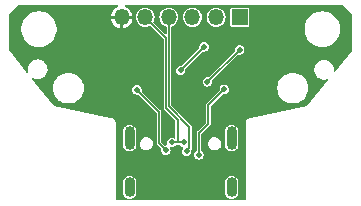
<source format=gbl>
%TF.GenerationSoftware,KiCad,Pcbnew,7.0.7*%
%TF.CreationDate,2023-09-11T21:43:25+02:00*%
%TF.ProjectId,usb-board,7573622d-626f-4617-9264-2e6b69636164,rev?*%
%TF.SameCoordinates,Original*%
%TF.FileFunction,Copper,L2,Bot*%
%TF.FilePolarity,Positive*%
%FSLAX46Y46*%
G04 Gerber Fmt 4.6, Leading zero omitted, Abs format (unit mm)*
G04 Created by KiCad (PCBNEW 7.0.7) date 2023-09-11 21:43:25*
%MOMM*%
%LPD*%
G01*
G04 APERTURE LIST*
%TA.AperFunction,ComponentPad*%
%ADD10O,0.900000X1.700000*%
%TD*%
%TA.AperFunction,ComponentPad*%
%ADD11O,0.900000X2.000000*%
%TD*%
%TA.AperFunction,ComponentPad*%
%ADD12O,1.350000X1.350000*%
%TD*%
%TA.AperFunction,ComponentPad*%
%ADD13R,1.350000X1.350000*%
%TD*%
%TA.AperFunction,ViaPad*%
%ADD14C,0.500000*%
%TD*%
%TA.AperFunction,Conductor*%
%ADD15C,0.127000*%
%TD*%
G04 APERTURE END LIST*
D10*
%TO.P,J2,S1,SHIELD*%
%TO.N,Net-(J2-SHIELD)*%
X104320000Y-108400000D03*
D11*
X104320000Y-104230000D03*
D10*
X95680000Y-108400000D03*
D11*
X95680000Y-104230000D03*
%TD*%
D12*
%TO.P,J1,6,Pin_6*%
%TO.N,GND*%
X95000000Y-94000000D03*
%TO.P,J1,5,Pin_5*%
%TO.N,Net-(J1-Pin_5)*%
X97000000Y-94000000D03*
%TO.P,J1,4,Pin_4*%
%TO.N,Net-(J1-Pin_4)*%
X99000000Y-94000000D03*
%TO.P,J1,3,Pin_3*%
%TO.N,VBUS*%
X101000000Y-94000000D03*
%TO.P,J1,2,Pin_2*%
%TO.N,Net-(D1-A)*%
X103000000Y-94000000D03*
D13*
%TO.P,J1,1,Pin_1*%
%TO.N,Net-(D2-A)*%
X105000000Y-94000000D03*
%TD*%
D14*
%TO.N,Net-(D2-A)*%
X102275000Y-99475000D03*
X105000000Y-96750000D03*
%TO.N,Net-(D1-A)*%
X100000000Y-98500000D03*
X102000000Y-96500000D03*
%TO.N,Net-(J2-CC1)*%
X96300000Y-100150000D03*
%TO.N,Net-(J2-CC2)*%
X103700000Y-100100000D03*
%TO.N,Net-(J1-Pin_4)*%
X100500000Y-105350000D03*
%TO.N,Net-(J2-CC2)*%
X101550000Y-105650000D03*
%TO.N,Net-(J2-CC1)*%
X98750000Y-105250000D03*
%TO.N,GND*%
X95650000Y-99900000D03*
X94650000Y-99100000D03*
X94650000Y-100700000D03*
X105900000Y-97600000D03*
X105500000Y-99300000D03*
X106800000Y-98500000D03*
X93600000Y-99900000D03*
X96400000Y-105400000D03*
X103600000Y-105400000D03*
X104400000Y-102700000D03*
X103700000Y-102400000D03*
X95200000Y-102800000D03*
X95800000Y-102300000D03*
X100000000Y-101800000D03*
%TO.N,Net-(J1-Pin_5)*%
X99250000Y-104600000D03*
X100250000Y-104600000D03*
%TD*%
D15*
%TO.N,Net-(D2-A)*%
X102275000Y-99475000D02*
X105000000Y-96750000D01*
%TO.N,Net-(J2-CC1)*%
X98150000Y-103300000D02*
X98150000Y-104650000D01*
X98150000Y-103200000D02*
X98150000Y-103300000D01*
X98150000Y-103300000D02*
X98150000Y-102000000D01*
X98150000Y-102000000D02*
X97550000Y-101400000D01*
X98150000Y-104650000D02*
X98750000Y-105250000D01*
%TO.N,Net-(D1-A)*%
X100000000Y-98500000D02*
X102000000Y-96500000D01*
%TO.N,Net-(J1-Pin_5)*%
X99750000Y-104600000D02*
X100250000Y-104600000D01*
X99250000Y-104600000D02*
X99750000Y-104600000D01*
X99750000Y-104600000D02*
X99750000Y-102659210D01*
X98746000Y-101655210D02*
X98746000Y-95746000D01*
X99750000Y-102659210D02*
X98746000Y-101655210D01*
X98746000Y-95746000D02*
X97000000Y-94000000D01*
%TO.N,Net-(J2-CC1)*%
X97550000Y-101400000D02*
X96300000Y-100150000D01*
%TO.N,Net-(J2-CC2)*%
X101550000Y-103800000D02*
X102350000Y-103000000D01*
X101550000Y-105650000D02*
X101550000Y-103800000D01*
X102350000Y-101450000D02*
X103700000Y-100100000D01*
X102350000Y-103000000D02*
X102350000Y-101450000D01*
%TO.N,Net-(J1-Pin_4)*%
X99000000Y-94000000D02*
X99000000Y-101550000D01*
X99000000Y-101550000D02*
X100750000Y-103300000D01*
X100750000Y-103300000D02*
X100750000Y-105100000D01*
X100750000Y-105100000D02*
X100500000Y-105350000D01*
%TD*%
%TA.AperFunction,Conductor*%
%TO.N,GND*%
G36*
X94720869Y-93018806D02*
G01*
X94739175Y-93063000D01*
X94720869Y-93107194D01*
X94702096Y-93120096D01*
X94534954Y-93194513D01*
X94534948Y-93194516D01*
X94377646Y-93308804D01*
X94377639Y-93308810D01*
X94247538Y-93453301D01*
X94247537Y-93453303D01*
X94150313Y-93621701D01*
X94090230Y-93806619D01*
X94083044Y-93875000D01*
X94541634Y-93875000D01*
X94585828Y-93893306D01*
X94604134Y-93937500D01*
X94603365Y-93947268D01*
X94595014Y-94000000D01*
X94603364Y-94052724D01*
X94592198Y-94099237D01*
X94551411Y-94124231D01*
X94541634Y-94125000D01*
X94083044Y-94125000D01*
X94090230Y-94193380D01*
X94150313Y-94378298D01*
X94247537Y-94546696D01*
X94247538Y-94546698D01*
X94377643Y-94691194D01*
X94377644Y-94691195D01*
X94534946Y-94805482D01*
X94712581Y-94884571D01*
X94712590Y-94884574D01*
X94874999Y-94919095D01*
X94875000Y-94919094D01*
X94875000Y-94458366D01*
X94893306Y-94414172D01*
X94937500Y-94395866D01*
X94947278Y-94396636D01*
X94960185Y-94398680D01*
X94968519Y-94400000D01*
X94968521Y-94400000D01*
X95031479Y-94400000D01*
X95031481Y-94400000D01*
X95031484Y-94399999D01*
X95031489Y-94399999D01*
X95044687Y-94397908D01*
X95052720Y-94396636D01*
X95099234Y-94407801D01*
X95124229Y-94448587D01*
X95124999Y-94458366D01*
X95124999Y-94919094D01*
X95125000Y-94919095D01*
X95287409Y-94884574D01*
X95287418Y-94884571D01*
X95465053Y-94805482D01*
X95622355Y-94691195D01*
X95622356Y-94691194D01*
X95752461Y-94546698D01*
X95752462Y-94546696D01*
X95849686Y-94378298D01*
X95909769Y-94193380D01*
X95916956Y-94125000D01*
X95458366Y-94125000D01*
X95414172Y-94106694D01*
X95395866Y-94062500D01*
X95396634Y-94052731D01*
X95404986Y-94000000D01*
X95396635Y-93947275D01*
X95407802Y-93900763D01*
X95448589Y-93875769D01*
X95458366Y-93875000D01*
X95916956Y-93875000D01*
X95909769Y-93806619D01*
X95849686Y-93621701D01*
X95752462Y-93453303D01*
X95752461Y-93453301D01*
X95622356Y-93308805D01*
X95622355Y-93308804D01*
X95465053Y-93194517D01*
X95297904Y-93120097D01*
X95264976Y-93085398D01*
X95266228Y-93037579D01*
X95300927Y-93004651D01*
X95323325Y-93000500D01*
X113766798Y-93000500D01*
X113810992Y-93018806D01*
X114481194Y-93689008D01*
X114499500Y-93733202D01*
X114499500Y-96802509D01*
X114485804Y-96841552D01*
X113082109Y-98596170D01*
X113040207Y-98619245D01*
X112994262Y-98605931D01*
X112971187Y-98564029D01*
X112971629Y-98547015D01*
X112980156Y-98495010D01*
X112980155Y-98495009D01*
X112974089Y-98383132D01*
X112970422Y-98315499D01*
X112922327Y-98142277D01*
X112838119Y-97983444D01*
X112721735Y-97846426D01*
X112645073Y-97788149D01*
X112578619Y-97737631D01*
X112487477Y-97695465D01*
X112415459Y-97662146D01*
X112415460Y-97662146D01*
X112371566Y-97652484D01*
X112239887Y-97623500D01*
X112105184Y-97623500D01*
X112105183Y-97623500D01*
X111971278Y-97638063D01*
X111971272Y-97638064D01*
X111800913Y-97695465D01*
X111646874Y-97788149D01*
X111646873Y-97788149D01*
X111516357Y-97911781D01*
X111415469Y-98060580D01*
X111348931Y-98227580D01*
X111348930Y-98227582D01*
X111348930Y-98227584D01*
X111325898Y-98368070D01*
X111319845Y-98404990D01*
X111319844Y-98404990D01*
X111329577Y-98584494D01*
X111329577Y-98584498D01*
X111329578Y-98584501D01*
X111346200Y-98644367D01*
X111377673Y-98757724D01*
X111377675Y-98757728D01*
X111456015Y-98905491D01*
X111461881Y-98916556D01*
X111578265Y-99053574D01*
X111666357Y-99120540D01*
X111721380Y-99162368D01*
X111721381Y-99162368D01*
X111721382Y-99162369D01*
X111884541Y-99237854D01*
X112060113Y-99276500D01*
X112060116Y-99276500D01*
X112194812Y-99276500D01*
X112194816Y-99276500D01*
X112328721Y-99261937D01*
X112429205Y-99228080D01*
X112476929Y-99231316D01*
X112508388Y-99267351D01*
X112505152Y-99315077D01*
X112497964Y-99326351D01*
X110737289Y-101527196D01*
X110700742Y-101549439D01*
X105956510Y-102498286D01*
X105944253Y-102499500D01*
X105928039Y-102499500D01*
X105881500Y-102513163D01*
X105878827Y-102513821D01*
X105866744Y-102516238D01*
X105866742Y-102516239D01*
X105846671Y-102523342D01*
X105845051Y-102523866D01*
X105789949Y-102540046D01*
X105789942Y-102540049D01*
X105784353Y-102543641D01*
X105771424Y-102549977D01*
X105765995Y-102551899D01*
X105765158Y-102552196D01*
X105718607Y-102585837D01*
X105717203Y-102586794D01*
X105706057Y-102593958D01*
X105668871Y-102617857D01*
X105664518Y-102622881D01*
X105653899Y-102632602D01*
X105648512Y-102636495D01*
X105648511Y-102636496D01*
X105613313Y-102681902D01*
X105612232Y-102683221D01*
X105574624Y-102726623D01*
X105574621Y-102726628D01*
X105571861Y-102732672D01*
X105564414Y-102744987D01*
X105560338Y-102750245D01*
X105560335Y-102750252D01*
X105539355Y-102803736D01*
X105538690Y-102805305D01*
X105514835Y-102857541D01*
X105514835Y-102857543D01*
X105513888Y-102864124D01*
X105510213Y-102878033D01*
X105507786Y-102884222D01*
X105507784Y-102884232D01*
X105502724Y-102941446D01*
X105502527Y-102943139D01*
X105499500Y-102964197D01*
X105499500Y-102976532D01*
X105499378Y-102979286D01*
X105495106Y-103027589D01*
X105495107Y-103027592D01*
X105498286Y-103043492D01*
X105499499Y-103055746D01*
X105499500Y-109437000D01*
X105481194Y-109481194D01*
X105437000Y-109499500D01*
X104384734Y-109499500D01*
X104340540Y-109481194D01*
X104322234Y-109437000D01*
X104340540Y-109392806D01*
X104376576Y-109375035D01*
X104470751Y-109362636D01*
X104470751Y-109362635D01*
X104470758Y-109362635D01*
X104611241Y-109304445D01*
X104731878Y-109211878D01*
X104824445Y-109091241D01*
X104882635Y-108950758D01*
X104897500Y-108837849D01*
X104897500Y-107962151D01*
X104882635Y-107849242D01*
X104824445Y-107708759D01*
X104731878Y-107588122D01*
X104731876Y-107588121D01*
X104731876Y-107588120D01*
X104611243Y-107495556D01*
X104611242Y-107495555D01*
X104470758Y-107437365D01*
X104470755Y-107437364D01*
X104470754Y-107437364D01*
X104470751Y-107437363D01*
X104320003Y-107417517D01*
X104319997Y-107417517D01*
X104169248Y-107437363D01*
X104169238Y-107437366D01*
X104028762Y-107495553D01*
X103908122Y-107588122D01*
X103815553Y-107708762D01*
X103757366Y-107849238D01*
X103757363Y-107849248D01*
X103742500Y-107962146D01*
X103742500Y-108837853D01*
X103757363Y-108950751D01*
X103757364Y-108950757D01*
X103757365Y-108950758D01*
X103815555Y-109091241D01*
X103908122Y-109211878D01*
X104028758Y-109304445D01*
X104169242Y-109362635D01*
X104169246Y-109362635D01*
X104169248Y-109362636D01*
X104263424Y-109375035D01*
X104304851Y-109398952D01*
X104317231Y-109445158D01*
X104293314Y-109486585D01*
X104255266Y-109499500D01*
X95744734Y-109499500D01*
X95700540Y-109481194D01*
X95682234Y-109437000D01*
X95700540Y-109392806D01*
X95736576Y-109375035D01*
X95830751Y-109362636D01*
X95830751Y-109362635D01*
X95830758Y-109362635D01*
X95971241Y-109304445D01*
X96091878Y-109211878D01*
X96184445Y-109091241D01*
X96242635Y-108950758D01*
X96257500Y-108837849D01*
X96257500Y-107962151D01*
X96242635Y-107849242D01*
X96184445Y-107708759D01*
X96091878Y-107588122D01*
X96091876Y-107588121D01*
X96091876Y-107588120D01*
X95971243Y-107495556D01*
X95971242Y-107495555D01*
X95830758Y-107437365D01*
X95830755Y-107437364D01*
X95830754Y-107437364D01*
X95830751Y-107437363D01*
X95680003Y-107417517D01*
X95679997Y-107417517D01*
X95529248Y-107437363D01*
X95529238Y-107437366D01*
X95388762Y-107495553D01*
X95268122Y-107588122D01*
X95175553Y-107708762D01*
X95117366Y-107849238D01*
X95117363Y-107849248D01*
X95102500Y-107962146D01*
X95102500Y-108837853D01*
X95117363Y-108950751D01*
X95117364Y-108950757D01*
X95117365Y-108950758D01*
X95175555Y-109091241D01*
X95268122Y-109211878D01*
X95388758Y-109304445D01*
X95529242Y-109362635D01*
X95529246Y-109362635D01*
X95529248Y-109362636D01*
X95623424Y-109375035D01*
X95664851Y-109398952D01*
X95677231Y-109445158D01*
X95653314Y-109486585D01*
X95615266Y-109499500D01*
X94563000Y-109499500D01*
X94518806Y-109481194D01*
X94500500Y-109437000D01*
X94500500Y-104817853D01*
X95102500Y-104817853D01*
X95117363Y-104930751D01*
X95117366Y-104930761D01*
X95158657Y-105030447D01*
X95175555Y-105071241D01*
X95223554Y-105133795D01*
X95262675Y-105184780D01*
X95268122Y-105191878D01*
X95388758Y-105284445D01*
X95529242Y-105342635D01*
X95529246Y-105342635D01*
X95529248Y-105342636D01*
X95679997Y-105362483D01*
X95680000Y-105362483D01*
X95680003Y-105362483D01*
X95830751Y-105342636D01*
X95830751Y-105342635D01*
X95830758Y-105342635D01*
X95971241Y-105284445D01*
X96091878Y-105191878D01*
X96097325Y-105184780D01*
X96112398Y-105165135D01*
X96184445Y-105071241D01*
X96242635Y-104930758D01*
X96257500Y-104817849D01*
X96257500Y-104747921D01*
X96555619Y-104747921D01*
X96579536Y-104863017D01*
X96586408Y-104896084D01*
X96586408Y-104896086D01*
X96622452Y-104965647D01*
X96656029Y-105030447D01*
X96751931Y-105133132D01*
X96759321Y-105141045D01*
X96781952Y-105154807D01*
X96888618Y-105219672D01*
X96888624Y-105219673D01*
X96888625Y-105219674D01*
X96906542Y-105224694D01*
X97034332Y-105260499D01*
X97034332Y-105260500D01*
X97034335Y-105260500D01*
X97147657Y-105260500D01*
X97147658Y-105260500D01*
X97259920Y-105245070D01*
X97398720Y-105184780D01*
X97516108Y-105089278D01*
X97603377Y-104965647D01*
X97654054Y-104823056D01*
X97664381Y-104672079D01*
X97633592Y-104523915D01*
X97563971Y-104389553D01*
X97460680Y-104278956D01*
X97460679Y-104278955D01*
X97460678Y-104278954D01*
X97354448Y-104214355D01*
X97331382Y-104200328D01*
X97331378Y-104200327D01*
X97331374Y-104200325D01*
X97185667Y-104159500D01*
X97185665Y-104159500D01*
X97072342Y-104159500D01*
X97072336Y-104159500D01*
X96960082Y-104174929D01*
X96960079Y-104174930D01*
X96960080Y-104174930D01*
X96821280Y-104235220D01*
X96821279Y-104235220D01*
X96821276Y-104235222D01*
X96703893Y-104330721D01*
X96703890Y-104330724D01*
X96616622Y-104454353D01*
X96565945Y-104596944D01*
X96555619Y-104747916D01*
X96555619Y-104747921D01*
X96257500Y-104747921D01*
X96257500Y-103642151D01*
X96242635Y-103529242D01*
X96184445Y-103388759D01*
X96091878Y-103268122D01*
X96091876Y-103268121D01*
X96091876Y-103268120D01*
X95989155Y-103189300D01*
X95971242Y-103175555D01*
X95830758Y-103117365D01*
X95830755Y-103117364D01*
X95830754Y-103117364D01*
X95830751Y-103117363D01*
X95680003Y-103097517D01*
X95679997Y-103097517D01*
X95529248Y-103117363D01*
X95529238Y-103117366D01*
X95388762Y-103175553D01*
X95388759Y-103175554D01*
X95388759Y-103175555D01*
X95268122Y-103268122D01*
X95218761Y-103332452D01*
X95175553Y-103388762D01*
X95117366Y-103529238D01*
X95117363Y-103529248D01*
X95102500Y-103642146D01*
X95102500Y-104817853D01*
X94500500Y-104817853D01*
X94500500Y-103055750D01*
X94501714Y-103043492D01*
X94504894Y-103027593D01*
X94503558Y-103012482D01*
X94500622Y-102979279D01*
X94500500Y-102976524D01*
X94500500Y-102964206D01*
X94500500Y-102964201D01*
X94497468Y-102943121D01*
X94497278Y-102941484D01*
X94492216Y-102884230D01*
X94489787Y-102878038D01*
X94486110Y-102864116D01*
X94485165Y-102857545D01*
X94485165Y-102857544D01*
X94461309Y-102805306D01*
X94460648Y-102803750D01*
X94439662Y-102750247D01*
X94435585Y-102744987D01*
X94428135Y-102732667D01*
X94425377Y-102726627D01*
X94387750Y-102683203D01*
X94386684Y-102681902D01*
X94351488Y-102636496D01*
X94351486Y-102636495D01*
X94351486Y-102636494D01*
X94346103Y-102632604D01*
X94335475Y-102622874D01*
X94331127Y-102617856D01*
X94318408Y-102609682D01*
X94282784Y-102586788D01*
X94281400Y-102585844D01*
X94234840Y-102552195D01*
X94234838Y-102552194D01*
X94232319Y-102551302D01*
X94228572Y-102549976D01*
X94215641Y-102543638D01*
X94210053Y-102540047D01*
X94154948Y-102523866D01*
X94153327Y-102523341D01*
X94133268Y-102516242D01*
X94133258Y-102516239D01*
X94121162Y-102513819D01*
X94118490Y-102513160D01*
X94071961Y-102499500D01*
X94055747Y-102499500D01*
X94043490Y-102498286D01*
X89299256Y-101549439D01*
X89262709Y-101527196D01*
X88040954Y-100000002D01*
X89194532Y-100000002D01*
X89214364Y-100226688D01*
X89214367Y-100226704D01*
X89273259Y-100446492D01*
X89273260Y-100446494D01*
X89369431Y-100652733D01*
X89499953Y-100839140D01*
X89660859Y-101000046D01*
X89728674Y-101047530D01*
X89847266Y-101130568D01*
X89847265Y-101130568D01*
X89950384Y-101178653D01*
X90053504Y-101226739D01*
X90053506Y-101226739D01*
X90053507Y-101226740D01*
X90273295Y-101285632D01*
X90273301Y-101285633D01*
X90273308Y-101285635D01*
X90443216Y-101300500D01*
X90556784Y-101300500D01*
X90726692Y-101285635D01*
X90726701Y-101285632D01*
X90726704Y-101285632D01*
X90946492Y-101226740D01*
X90946491Y-101226740D01*
X90946496Y-101226739D01*
X91152734Y-101130568D01*
X91339139Y-101000047D01*
X91500047Y-100839139D01*
X91630568Y-100652734D01*
X91726739Y-100446496D01*
X91785635Y-100226692D01*
X91792345Y-100150000D01*
X95894508Y-100150000D01*
X95914354Y-100275304D01*
X95914354Y-100275305D01*
X95971949Y-100388342D01*
X95971950Y-100388342D01*
X96061658Y-100478050D01*
X96174696Y-100535646D01*
X96300000Y-100555492D01*
X96300001Y-100555491D01*
X96300003Y-100555492D01*
X96385414Y-100541964D01*
X96431927Y-100553130D01*
X96439385Y-100559500D01*
X97940694Y-102060809D01*
X97959000Y-102105003D01*
X97959000Y-104606929D01*
X97955493Y-104627571D01*
X97955320Y-104628064D01*
X97958803Y-104658980D01*
X97959000Y-104662482D01*
X97959000Y-104671522D01*
X97961011Y-104680334D01*
X97961598Y-104683789D01*
X97965081Y-104714706D01*
X97965361Y-104715151D01*
X97973370Y-104734484D01*
X97973488Y-104735000D01*
X97973489Y-104735003D01*
X97992885Y-104759324D01*
X97994916Y-104762186D01*
X97999725Y-104769840D01*
X98006117Y-104776232D01*
X98008454Y-104778847D01*
X98027851Y-104803170D01*
X98028322Y-104803397D01*
X98045398Y-104815513D01*
X98340498Y-105110613D01*
X98358804Y-105154807D01*
X98358035Y-105164583D01*
X98345289Y-105245070D01*
X98344508Y-105250000D01*
X98359180Y-105342635D01*
X98364354Y-105375304D01*
X98364354Y-105375305D01*
X98382877Y-105411657D01*
X98421950Y-105488342D01*
X98511658Y-105578050D01*
X98624696Y-105635646D01*
X98750000Y-105655492D01*
X98875304Y-105635646D01*
X98988342Y-105578050D01*
X99078050Y-105488342D01*
X99135646Y-105375304D01*
X99155492Y-105250000D01*
X99135646Y-105124696D01*
X99135644Y-105124692D01*
X99135643Y-105124689D01*
X99119832Y-105093660D01*
X99115225Y-105084619D01*
X99111472Y-105036933D01*
X99142538Y-105000558D01*
X99180688Y-104994514D01*
X99250000Y-105005492D01*
X99375304Y-104985646D01*
X99488342Y-104928050D01*
X99578050Y-104838342D01*
X99584783Y-104825126D01*
X99621158Y-104794059D01*
X99640472Y-104791000D01*
X99706405Y-104791000D01*
X99728479Y-104791000D01*
X99859528Y-104791000D01*
X99903722Y-104809306D01*
X99915216Y-104825126D01*
X99921950Y-104838342D01*
X100011658Y-104928050D01*
X100124696Y-104985646D01*
X100153119Y-104990147D01*
X100193905Y-105015141D01*
X100205072Y-105061655D01*
X100187536Y-105096071D01*
X100171950Y-105111657D01*
X100114354Y-105224694D01*
X100114354Y-105224695D01*
X100094508Y-105350000D01*
X100114354Y-105475304D01*
X100114354Y-105475305D01*
X100166705Y-105578049D01*
X100171950Y-105588342D01*
X100261658Y-105678050D01*
X100374696Y-105735646D01*
X100500000Y-105755492D01*
X100625304Y-105735646D01*
X100738342Y-105678050D01*
X100766392Y-105650000D01*
X101144508Y-105650000D01*
X101148951Y-105678050D01*
X101164354Y-105775304D01*
X101164354Y-105775305D01*
X101221949Y-105888341D01*
X101221950Y-105888342D01*
X101311658Y-105978050D01*
X101424696Y-106035646D01*
X101550000Y-106055492D01*
X101675304Y-106035646D01*
X101788342Y-105978050D01*
X101878050Y-105888342D01*
X101935646Y-105775304D01*
X101955492Y-105650000D01*
X101935646Y-105524696D01*
X101878050Y-105411658D01*
X101788342Y-105321950D01*
X101788341Y-105321949D01*
X101788340Y-105321948D01*
X101775125Y-105315215D01*
X101744059Y-105278841D01*
X101741000Y-105259528D01*
X101741000Y-104747921D01*
X102335619Y-104747921D01*
X102359536Y-104863017D01*
X102366408Y-104896084D01*
X102366408Y-104896086D01*
X102402452Y-104965647D01*
X102436029Y-105030447D01*
X102531931Y-105133132D01*
X102539321Y-105141045D01*
X102561952Y-105154807D01*
X102668618Y-105219672D01*
X102668624Y-105219673D01*
X102668625Y-105219674D01*
X102686542Y-105224694D01*
X102814332Y-105260499D01*
X102814332Y-105260500D01*
X102814335Y-105260500D01*
X102927657Y-105260500D01*
X102927658Y-105260500D01*
X103039920Y-105245070D01*
X103178720Y-105184780D01*
X103296108Y-105089278D01*
X103383377Y-104965647D01*
X103434054Y-104823056D01*
X103434410Y-104817853D01*
X103742500Y-104817853D01*
X103757363Y-104930751D01*
X103757366Y-104930761D01*
X103798657Y-105030447D01*
X103815555Y-105071241D01*
X103863554Y-105133795D01*
X103902675Y-105184780D01*
X103908122Y-105191878D01*
X104028758Y-105284445D01*
X104169242Y-105342635D01*
X104169246Y-105342635D01*
X104169248Y-105342636D01*
X104319997Y-105362483D01*
X104320000Y-105362483D01*
X104320003Y-105362483D01*
X104470751Y-105342636D01*
X104470751Y-105342635D01*
X104470758Y-105342635D01*
X104611241Y-105284445D01*
X104731878Y-105191878D01*
X104737325Y-105184780D01*
X104752398Y-105165135D01*
X104824445Y-105071241D01*
X104882635Y-104930758D01*
X104897500Y-104817849D01*
X104897500Y-103642151D01*
X104882635Y-103529242D01*
X104824445Y-103388759D01*
X104731878Y-103268122D01*
X104731876Y-103268121D01*
X104731876Y-103268120D01*
X104629155Y-103189300D01*
X104611242Y-103175555D01*
X104470758Y-103117365D01*
X104470755Y-103117364D01*
X104470754Y-103117364D01*
X104470751Y-103117363D01*
X104320003Y-103097517D01*
X104319997Y-103097517D01*
X104169248Y-103117363D01*
X104169238Y-103117366D01*
X104028762Y-103175553D01*
X104028759Y-103175554D01*
X104028759Y-103175555D01*
X103908122Y-103268122D01*
X103858761Y-103332452D01*
X103815553Y-103388762D01*
X103757366Y-103529238D01*
X103757363Y-103529248D01*
X103742500Y-103642146D01*
X103742500Y-104817853D01*
X103434410Y-104817853D01*
X103444381Y-104672079D01*
X103413592Y-104523915D01*
X103343971Y-104389553D01*
X103240680Y-104278956D01*
X103240679Y-104278955D01*
X103240678Y-104278954D01*
X103134448Y-104214355D01*
X103111382Y-104200328D01*
X103111378Y-104200327D01*
X103111374Y-104200325D01*
X102965667Y-104159500D01*
X102965665Y-104159500D01*
X102852342Y-104159500D01*
X102852336Y-104159500D01*
X102740082Y-104174929D01*
X102740079Y-104174930D01*
X102740080Y-104174930D01*
X102601280Y-104235220D01*
X102601279Y-104235220D01*
X102601276Y-104235222D01*
X102483893Y-104330721D01*
X102483890Y-104330724D01*
X102396622Y-104454353D01*
X102345945Y-104596944D01*
X102335619Y-104747916D01*
X102335619Y-104747921D01*
X101741000Y-104747921D01*
X101741000Y-103905002D01*
X101759305Y-103860809D01*
X102454602Y-103165511D01*
X102471679Y-103153396D01*
X102472149Y-103153170D01*
X102491548Y-103128842D01*
X102493885Y-103126229D01*
X102500275Y-103119840D01*
X102505082Y-103112189D01*
X102507114Y-103109324D01*
X102526511Y-103085003D01*
X102526625Y-103084500D01*
X102534644Y-103065141D01*
X102534918Y-103064706D01*
X102538401Y-103033779D01*
X102538988Y-103030332D01*
X102539614Y-103027593D01*
X102541000Y-103021521D01*
X102541000Y-103012482D01*
X102541197Y-103008980D01*
X102541884Y-103002877D01*
X102544680Y-102978065D01*
X102544506Y-102977570D01*
X102541000Y-102956929D01*
X102541000Y-102309622D01*
X102541000Y-101554998D01*
X102559303Y-101510810D01*
X103560614Y-100509499D01*
X103604807Y-100491194D01*
X103614577Y-100491962D01*
X103700000Y-100505492D01*
X103825304Y-100485646D01*
X103938342Y-100428050D01*
X104028050Y-100338342D01*
X104085646Y-100225304D01*
X104105492Y-100100000D01*
X104089654Y-100000002D01*
X108194532Y-100000002D01*
X108214364Y-100226688D01*
X108214367Y-100226704D01*
X108273259Y-100446492D01*
X108273260Y-100446494D01*
X108369431Y-100652733D01*
X108499953Y-100839140D01*
X108660859Y-101000046D01*
X108728674Y-101047530D01*
X108847266Y-101130568D01*
X108847265Y-101130568D01*
X108950385Y-101178653D01*
X109053504Y-101226739D01*
X109053506Y-101226739D01*
X109053507Y-101226740D01*
X109273295Y-101285632D01*
X109273301Y-101285633D01*
X109273308Y-101285635D01*
X109443216Y-101300500D01*
X109556784Y-101300500D01*
X109726692Y-101285635D01*
X109726701Y-101285632D01*
X109726704Y-101285632D01*
X109946492Y-101226740D01*
X109946491Y-101226740D01*
X109946496Y-101226739D01*
X110152734Y-101130568D01*
X110339139Y-101000047D01*
X110500047Y-100839139D01*
X110630568Y-100652734D01*
X110726739Y-100446496D01*
X110785635Y-100226692D01*
X110803307Y-100024696D01*
X110805468Y-100000002D01*
X110805468Y-99999997D01*
X110793365Y-99861658D01*
X110785635Y-99773308D01*
X110785271Y-99771950D01*
X110726740Y-99553507D01*
X110726739Y-99553505D01*
X110690131Y-99475000D01*
X110630568Y-99347266D01*
X110581017Y-99276499D01*
X110500046Y-99160859D01*
X110339140Y-98999953D01*
X110175890Y-98885646D01*
X110152734Y-98869432D01*
X110152732Y-98869431D01*
X110152734Y-98869431D01*
X109946494Y-98773260D01*
X109946492Y-98773259D01*
X109726704Y-98714367D01*
X109726688Y-98714364D01*
X109556784Y-98699500D01*
X109443216Y-98699500D01*
X109273311Y-98714364D01*
X109273295Y-98714367D01*
X109053507Y-98773259D01*
X109053505Y-98773260D01*
X108847266Y-98869431D01*
X108660859Y-98999953D01*
X108499953Y-99160859D01*
X108369431Y-99347266D01*
X108273260Y-99553505D01*
X108273259Y-99553507D01*
X108214367Y-99773295D01*
X108214364Y-99773311D01*
X108194532Y-99999997D01*
X108194532Y-100000002D01*
X104089654Y-100000002D01*
X104085646Y-99974696D01*
X104028050Y-99861658D01*
X103938342Y-99771950D01*
X103825304Y-99714354D01*
X103700000Y-99694508D01*
X103574695Y-99714354D01*
X103574694Y-99714354D01*
X103461657Y-99771950D01*
X103371950Y-99861657D01*
X103314354Y-99974694D01*
X103314354Y-99974695D01*
X103294508Y-100100000D01*
X103308035Y-100185415D01*
X103296867Y-100231928D01*
X103290498Y-100239385D01*
X102245395Y-101284488D01*
X102228326Y-101296601D01*
X102227850Y-101296829D01*
X102208455Y-101321150D01*
X102206121Y-101323762D01*
X102199725Y-101330159D01*
X102199724Y-101330160D01*
X102194916Y-101337812D01*
X102192889Y-101340668D01*
X102173489Y-101364996D01*
X102173488Y-101364998D01*
X102173370Y-101365516D01*
X102165365Y-101384843D01*
X102165082Y-101385293D01*
X102165081Y-101385295D01*
X102161598Y-101416211D01*
X102161011Y-101419666D01*
X102159000Y-101428477D01*
X102159000Y-101437516D01*
X102158803Y-101441017D01*
X102155320Y-101471935D01*
X102155492Y-101472427D01*
X102159000Y-101493071D01*
X102159000Y-102894996D01*
X102140694Y-102939190D01*
X101445395Y-103634488D01*
X101428326Y-103646601D01*
X101427850Y-103646829D01*
X101408455Y-103671150D01*
X101406121Y-103673762D01*
X101399725Y-103680159D01*
X101399724Y-103680160D01*
X101394916Y-103687812D01*
X101392889Y-103690668D01*
X101373489Y-103714996D01*
X101373488Y-103714998D01*
X101373370Y-103715516D01*
X101365365Y-103734843D01*
X101365082Y-103735293D01*
X101365081Y-103735295D01*
X101361598Y-103766211D01*
X101361011Y-103769666D01*
X101359000Y-103778477D01*
X101359000Y-103787516D01*
X101358803Y-103791017D01*
X101355320Y-103821935D01*
X101355492Y-103822427D01*
X101359000Y-103843071D01*
X101359000Y-105259528D01*
X101340694Y-105303722D01*
X101324875Y-105315215D01*
X101311659Y-105321948D01*
X101311658Y-105321950D01*
X101221950Y-105411657D01*
X101164354Y-105524694D01*
X101164354Y-105524695D01*
X101146782Y-105635645D01*
X101144508Y-105650000D01*
X100766392Y-105650000D01*
X100828050Y-105588342D01*
X100885646Y-105475304D01*
X100905492Y-105350000D01*
X100891646Y-105262579D01*
X100900453Y-105219557D01*
X100905082Y-105212188D01*
X100907114Y-105209324D01*
X100926511Y-105185003D01*
X100926625Y-105184500D01*
X100934644Y-105165141D01*
X100934918Y-105164706D01*
X100938401Y-105133779D01*
X100938988Y-105130332D01*
X100941000Y-105121521D01*
X100941000Y-105112482D01*
X100941197Y-105108980D01*
X100942651Y-105096071D01*
X100944680Y-105078065D01*
X100944508Y-105077575D01*
X100940999Y-105056933D01*
X100940999Y-103343072D01*
X100944509Y-103322424D01*
X100944541Y-103322331D01*
X100944680Y-103321935D01*
X100941197Y-103291016D01*
X100941000Y-103287515D01*
X100941000Y-103278479D01*
X100940999Y-103278476D01*
X100938990Y-103269671D01*
X100938402Y-103266213D01*
X100934919Y-103235295D01*
X100934919Y-103235293D01*
X100934642Y-103234853D01*
X100926625Y-103215500D01*
X100926511Y-103214997D01*
X100907109Y-103190668D01*
X100905083Y-103187812D01*
X100900275Y-103180160D01*
X100893881Y-103173766D01*
X100891544Y-103171151D01*
X100877202Y-103153167D01*
X100872149Y-103146830D01*
X100872148Y-103146829D01*
X100871828Y-103146675D01*
X100871671Y-103146600D01*
X100854601Y-103134486D01*
X99209306Y-101489191D01*
X99191000Y-101444997D01*
X99191000Y-99475000D01*
X101869508Y-99475000D01*
X101889354Y-99600304D01*
X101889354Y-99600305D01*
X101946949Y-99713341D01*
X101946950Y-99713342D01*
X102036658Y-99803050D01*
X102149696Y-99860646D01*
X102275000Y-99880492D01*
X102400304Y-99860646D01*
X102513342Y-99803050D01*
X102603050Y-99713342D01*
X102660646Y-99600304D01*
X102680492Y-99475000D01*
X102666963Y-99389582D01*
X102678130Y-99343070D01*
X102684494Y-99335619D01*
X104860614Y-97159499D01*
X104904807Y-97141194D01*
X104914577Y-97141962D01*
X105000000Y-97155492D01*
X105125304Y-97135646D01*
X105238342Y-97078050D01*
X105328050Y-96988342D01*
X105385646Y-96875304D01*
X105405492Y-96750000D01*
X105385646Y-96624696D01*
X105328050Y-96511658D01*
X105238342Y-96421950D01*
X105125304Y-96364354D01*
X105000000Y-96344508D01*
X104874695Y-96364354D01*
X104874694Y-96364354D01*
X104761657Y-96421950D01*
X104671950Y-96511657D01*
X104614354Y-96624694D01*
X104614354Y-96624695D01*
X104594508Y-96750000D01*
X104608035Y-96835415D01*
X104596867Y-96881928D01*
X104590498Y-96889385D01*
X102414385Y-99065498D01*
X102370191Y-99083804D01*
X102360415Y-99083035D01*
X102275000Y-99069508D01*
X102149695Y-99089354D01*
X102149694Y-99089354D01*
X102036657Y-99146950D01*
X101946950Y-99236657D01*
X101889354Y-99349694D01*
X101889354Y-99349695D01*
X101869508Y-99475000D01*
X99191000Y-99475000D01*
X99191000Y-98500000D01*
X99594508Y-98500000D01*
X99614354Y-98625304D01*
X99614354Y-98625305D01*
X99659733Y-98714365D01*
X99671950Y-98738342D01*
X99761658Y-98828050D01*
X99874696Y-98885646D01*
X100000000Y-98905492D01*
X100125304Y-98885646D01*
X100238342Y-98828050D01*
X100328050Y-98738342D01*
X100385646Y-98625304D01*
X100405492Y-98500000D01*
X100391963Y-98414582D01*
X100403130Y-98368070D01*
X100409494Y-98360619D01*
X101860614Y-96909499D01*
X101904807Y-96891194D01*
X101914577Y-96891962D01*
X102000000Y-96905492D01*
X102125304Y-96885646D01*
X102238342Y-96828050D01*
X102328050Y-96738342D01*
X102385646Y-96625304D01*
X102405492Y-96500000D01*
X102385646Y-96374696D01*
X102328050Y-96261658D01*
X102238342Y-96171950D01*
X102125304Y-96114354D01*
X102000000Y-96094508D01*
X101874695Y-96114354D01*
X101874694Y-96114354D01*
X101761657Y-96171950D01*
X101671950Y-96261657D01*
X101614354Y-96374694D01*
X101614354Y-96374695D01*
X101594508Y-96500000D01*
X101608035Y-96585415D01*
X101596867Y-96631928D01*
X101590498Y-96639385D01*
X100139385Y-98090498D01*
X100095191Y-98108804D01*
X100085415Y-98108035D01*
X100000000Y-98094508D01*
X99874695Y-98114354D01*
X99874694Y-98114354D01*
X99761657Y-98171950D01*
X99671950Y-98261657D01*
X99614354Y-98374694D01*
X99614354Y-98374695D01*
X99594508Y-98500000D01*
X99191000Y-98500000D01*
X99191000Y-95124335D01*
X110499500Y-95124335D01*
X110540429Y-95369614D01*
X110621172Y-95604810D01*
X110702301Y-95754723D01*
X110739525Y-95823508D01*
X110739526Y-95823510D01*
X110892257Y-96019738D01*
X110892260Y-96019742D01*
X111075211Y-96188161D01*
X111075213Y-96188162D01*
X111075215Y-96188164D01*
X111283393Y-96324173D01*
X111511119Y-96424063D01*
X111752179Y-96485108D01*
X111937933Y-96500500D01*
X111937935Y-96500500D01*
X112062065Y-96500500D01*
X112062067Y-96500500D01*
X112247821Y-96485108D01*
X112488881Y-96424063D01*
X112716607Y-96324173D01*
X112924785Y-96188164D01*
X113107738Y-96019744D01*
X113260474Y-95823509D01*
X113378828Y-95604810D01*
X113459571Y-95369614D01*
X113500500Y-95124335D01*
X113500500Y-94875665D01*
X113459571Y-94630386D01*
X113378828Y-94395190D01*
X113260474Y-94176491D01*
X113260473Y-94176489D01*
X113107742Y-93980261D01*
X113107739Y-93980257D01*
X112924788Y-93811838D01*
X112924783Y-93811835D01*
X112916799Y-93806619D01*
X112716607Y-93675827D01*
X112488881Y-93575937D01*
X112247821Y-93514892D01*
X112062067Y-93499500D01*
X111937933Y-93499500D01*
X111752179Y-93514892D01*
X111511119Y-93575937D01*
X111511117Y-93575937D01*
X111511116Y-93575938D01*
X111283390Y-93675828D01*
X111283387Y-93675830D01*
X111075216Y-93811835D01*
X111075211Y-93811838D01*
X110892260Y-93980257D01*
X110892257Y-93980261D01*
X110739526Y-94176489D01*
X110739525Y-94176491D01*
X110658396Y-94326404D01*
X110621172Y-94395190D01*
X110540429Y-94630386D01*
X110499500Y-94875665D01*
X110499500Y-95124335D01*
X99191000Y-95124335D01*
X99191000Y-94827723D01*
X99209306Y-94783529D01*
X99232856Y-94768730D01*
X99350395Y-94727603D01*
X99503517Y-94631390D01*
X99631390Y-94503517D01*
X99727603Y-94350395D01*
X99787330Y-94179703D01*
X99807578Y-94000000D01*
X100192422Y-94000000D01*
X100212669Y-94179699D01*
X100212670Y-94179703D01*
X100272397Y-94350396D01*
X100368608Y-94503515D01*
X100496484Y-94631391D01*
X100649603Y-94727602D01*
X100649605Y-94727603D01*
X100820297Y-94787330D01*
X101000000Y-94807578D01*
X101179703Y-94787330D01*
X101350395Y-94727603D01*
X101503517Y-94631390D01*
X101631390Y-94503517D01*
X101727603Y-94350395D01*
X101787330Y-94179703D01*
X101807578Y-94000000D01*
X102192422Y-94000000D01*
X102212669Y-94179699D01*
X102212670Y-94179703D01*
X102272397Y-94350396D01*
X102368608Y-94503515D01*
X102496484Y-94631391D01*
X102649603Y-94727602D01*
X102649605Y-94727603D01*
X102820297Y-94787330D01*
X103000000Y-94807578D01*
X103179703Y-94787330D01*
X103350395Y-94727603D01*
X103414126Y-94687558D01*
X104197500Y-94687558D01*
X104204256Y-94721521D01*
X104204898Y-94724748D01*
X104204898Y-94724749D01*
X104233077Y-94766922D01*
X104257704Y-94783377D01*
X104275252Y-94795102D01*
X104312442Y-94802500D01*
X104312443Y-94802500D01*
X105687557Y-94802500D01*
X105687558Y-94802500D01*
X105724748Y-94795102D01*
X105766922Y-94766922D01*
X105795102Y-94724748D01*
X105802500Y-94687558D01*
X105802500Y-93312442D01*
X105795102Y-93275252D01*
X105795101Y-93275250D01*
X105766922Y-93233077D01*
X105724748Y-93204898D01*
X105724747Y-93204898D01*
X105687558Y-93197500D01*
X104312442Y-93197500D01*
X104293847Y-93201199D01*
X104275251Y-93204898D01*
X104275250Y-93204898D01*
X104233077Y-93233077D01*
X104204898Y-93275250D01*
X104204898Y-93275251D01*
X104204897Y-93275252D01*
X104204898Y-93275252D01*
X104197500Y-93312442D01*
X104197500Y-94687558D01*
X103414126Y-94687558D01*
X103503517Y-94631390D01*
X103631390Y-94503517D01*
X103727603Y-94350395D01*
X103787330Y-94179703D01*
X103807578Y-94000000D01*
X103787330Y-93820297D01*
X103727603Y-93649605D01*
X103681315Y-93575938D01*
X103631391Y-93496484D01*
X103503515Y-93368608D01*
X103350396Y-93272397D01*
X103179703Y-93212670D01*
X103179699Y-93212669D01*
X103000000Y-93192422D01*
X102820300Y-93212669D01*
X102820296Y-93212670D01*
X102649603Y-93272397D01*
X102496484Y-93368608D01*
X102368608Y-93496484D01*
X102272397Y-93649603D01*
X102212670Y-93820296D01*
X102212669Y-93820300D01*
X102192422Y-94000000D01*
X101807578Y-94000000D01*
X101787330Y-93820297D01*
X101727603Y-93649605D01*
X101681315Y-93575938D01*
X101631391Y-93496484D01*
X101503515Y-93368608D01*
X101350396Y-93272397D01*
X101179703Y-93212670D01*
X101179699Y-93212669D01*
X101000000Y-93192422D01*
X100820300Y-93212669D01*
X100820296Y-93212670D01*
X100649603Y-93272397D01*
X100496484Y-93368608D01*
X100368608Y-93496484D01*
X100272397Y-93649603D01*
X100212670Y-93820296D01*
X100212669Y-93820300D01*
X100192422Y-94000000D01*
X99807578Y-94000000D01*
X99787330Y-93820297D01*
X99727603Y-93649605D01*
X99681315Y-93575938D01*
X99631391Y-93496484D01*
X99503515Y-93368608D01*
X99350396Y-93272397D01*
X99179703Y-93212670D01*
X99179699Y-93212669D01*
X99000000Y-93192422D01*
X98820300Y-93212669D01*
X98820296Y-93212670D01*
X98649603Y-93272397D01*
X98496484Y-93368608D01*
X98368608Y-93496484D01*
X98272397Y-93649603D01*
X98212670Y-93820296D01*
X98212669Y-93820300D01*
X98192422Y-94000000D01*
X98212669Y-94179699D01*
X98212670Y-94179703D01*
X98272397Y-94350396D01*
X98368608Y-94503515D01*
X98496484Y-94631391D01*
X98649603Y-94727602D01*
X98649605Y-94727603D01*
X98767142Y-94768730D01*
X98802810Y-94800605D01*
X98809000Y-94827723D01*
X98809000Y-95387997D01*
X98790694Y-95432191D01*
X98746500Y-95450497D01*
X98702306Y-95432191D01*
X97721521Y-94451406D01*
X97703215Y-94407212D01*
X97712794Y-94373961D01*
X97727603Y-94350395D01*
X97787330Y-94179703D01*
X97807578Y-94000000D01*
X97787330Y-93820297D01*
X97727603Y-93649605D01*
X97681315Y-93575938D01*
X97631391Y-93496484D01*
X97503515Y-93368608D01*
X97350396Y-93272397D01*
X97179703Y-93212670D01*
X97179699Y-93212669D01*
X97000000Y-93192422D01*
X96820300Y-93212669D01*
X96820296Y-93212670D01*
X96649603Y-93272397D01*
X96496484Y-93368608D01*
X96368608Y-93496484D01*
X96272397Y-93649603D01*
X96212670Y-93820296D01*
X96212669Y-93820300D01*
X96192422Y-94000000D01*
X96212669Y-94179699D01*
X96212670Y-94179703D01*
X96272397Y-94350396D01*
X96368608Y-94503515D01*
X96496484Y-94631391D01*
X96649603Y-94727602D01*
X96649605Y-94727603D01*
X96820297Y-94787330D01*
X97000000Y-94807578D01*
X97179703Y-94787330D01*
X97350395Y-94727603D01*
X97373960Y-94712795D01*
X97421117Y-94704781D01*
X97451406Y-94721521D01*
X98536694Y-95806809D01*
X98555000Y-95851003D01*
X98555000Y-101612139D01*
X98551493Y-101632781D01*
X98551320Y-101633274D01*
X98554803Y-101664190D01*
X98555000Y-101667692D01*
X98555000Y-101676732D01*
X98557011Y-101685544D01*
X98557598Y-101688999D01*
X98561081Y-101719916D01*
X98561361Y-101720361D01*
X98569370Y-101739694D01*
X98569488Y-101740210D01*
X98569489Y-101740213D01*
X98588885Y-101764534D01*
X98590916Y-101767396D01*
X98595725Y-101775050D01*
X98602117Y-101781442D01*
X98604454Y-101784057D01*
X98623851Y-101808380D01*
X98624322Y-101808607D01*
X98641398Y-101820723D01*
X99540693Y-102720018D01*
X99558999Y-102764212D01*
X99559000Y-104205961D01*
X99540694Y-104250155D01*
X99496500Y-104268461D01*
X99468126Y-104261649D01*
X99375308Y-104214355D01*
X99375304Y-104214354D01*
X99322312Y-104205961D01*
X99250000Y-104194508D01*
X99249999Y-104194508D01*
X99124695Y-104214354D01*
X99124694Y-104214354D01*
X99011657Y-104271950D01*
X98921950Y-104361657D01*
X98864354Y-104474694D01*
X98864354Y-104474695D01*
X98844508Y-104600000D01*
X98864354Y-104725304D01*
X98864354Y-104725305D01*
X98869031Y-104734484D01*
X98884774Y-104765380D01*
X98888527Y-104813067D01*
X98857461Y-104849442D01*
X98819310Y-104855485D01*
X98750000Y-104844508D01*
X98664583Y-104858035D01*
X98618069Y-104846867D01*
X98610613Y-104840498D01*
X98359305Y-104589190D01*
X98341000Y-104544998D01*
X98341000Y-103278479D01*
X98341000Y-103278478D01*
X98341000Y-102043071D01*
X98344508Y-102022427D01*
X98344531Y-102022360D01*
X98344680Y-102021935D01*
X98342365Y-102001391D01*
X98341197Y-101991017D01*
X98341000Y-101987516D01*
X98341000Y-101978477D01*
X98338988Y-101969667D01*
X98338401Y-101966219D01*
X98334918Y-101935294D01*
X98334639Y-101934851D01*
X98326625Y-101915498D01*
X98326511Y-101914997D01*
X98307109Y-101890668D01*
X98305079Y-101887806D01*
X98304680Y-101887172D01*
X98300275Y-101880160D01*
X98293881Y-101873766D01*
X98291544Y-101871151D01*
X98272148Y-101846829D01*
X98271828Y-101846675D01*
X98271671Y-101846600D01*
X98254601Y-101834486D01*
X96709500Y-100289385D01*
X96691194Y-100245191D01*
X96691964Y-100235414D01*
X96705492Y-100150003D01*
X96705492Y-100150002D01*
X96705492Y-100150000D01*
X96685646Y-100024696D01*
X96628050Y-99911658D01*
X96538342Y-99821950D01*
X96425304Y-99764354D01*
X96300000Y-99744508D01*
X96174695Y-99764354D01*
X96174694Y-99764354D01*
X96061657Y-99821950D01*
X95971950Y-99911657D01*
X95914354Y-100024694D01*
X95914354Y-100024695D01*
X95894508Y-100150000D01*
X91792345Y-100150000D01*
X91803307Y-100024696D01*
X91805468Y-100000002D01*
X91805468Y-99999997D01*
X91793365Y-99861658D01*
X91785635Y-99773308D01*
X91785271Y-99771950D01*
X91726740Y-99553507D01*
X91726739Y-99553505D01*
X91690131Y-99475000D01*
X91630568Y-99347266D01*
X91581017Y-99276499D01*
X91500046Y-99160859D01*
X91339140Y-98999953D01*
X91175890Y-98885646D01*
X91152734Y-98869432D01*
X91152732Y-98869431D01*
X91152734Y-98869431D01*
X90946494Y-98773260D01*
X90946492Y-98773259D01*
X90726704Y-98714367D01*
X90726688Y-98714364D01*
X90556784Y-98699500D01*
X90443216Y-98699500D01*
X90273311Y-98714364D01*
X90273295Y-98714367D01*
X90053507Y-98773259D01*
X90053505Y-98773260D01*
X89847266Y-98869431D01*
X89660859Y-98999953D01*
X89499953Y-99160859D01*
X89369431Y-99347266D01*
X89273260Y-99553505D01*
X89273259Y-99553507D01*
X89214367Y-99773295D01*
X89214364Y-99773311D01*
X89194532Y-99999997D01*
X89194532Y-100000002D01*
X88040954Y-100000002D01*
X87413998Y-99216307D01*
X87400684Y-99170362D01*
X87423759Y-99128460D01*
X87469704Y-99115146D01*
X87489041Y-99120538D01*
X87634541Y-99187854D01*
X87810113Y-99226500D01*
X87810116Y-99226500D01*
X87944812Y-99226500D01*
X87944816Y-99226500D01*
X88078721Y-99211937D01*
X88249085Y-99154535D01*
X88403126Y-99061851D01*
X88533642Y-98938220D01*
X88634529Y-98789423D01*
X88701070Y-98622416D01*
X88730155Y-98445010D01*
X88720422Y-98265499D01*
X88672327Y-98092277D01*
X88588119Y-97933444D01*
X88471735Y-97796426D01*
X88394392Y-97737631D01*
X88328619Y-97687631D01*
X88237477Y-97645465D01*
X88165459Y-97612146D01*
X88165460Y-97612146D01*
X88121566Y-97602484D01*
X87989887Y-97573500D01*
X87855184Y-97573500D01*
X87855183Y-97573500D01*
X87721278Y-97588063D01*
X87721272Y-97588064D01*
X87550913Y-97645465D01*
X87396874Y-97738149D01*
X87396873Y-97738149D01*
X87266357Y-97861781D01*
X87165469Y-98010580D01*
X87098931Y-98177580D01*
X87098930Y-98177582D01*
X87098930Y-98177584D01*
X87084517Y-98265499D01*
X87069845Y-98354990D01*
X87069844Y-98354990D01*
X87079577Y-98534494D01*
X87079577Y-98534498D01*
X87079578Y-98534501D01*
X87096700Y-98596170D01*
X87110082Y-98644367D01*
X87104266Y-98691847D01*
X87066580Y-98721309D01*
X87019100Y-98715493D01*
X87001056Y-98700130D01*
X86941195Y-98625304D01*
X85514196Y-96841554D01*
X85500500Y-96802511D01*
X85500500Y-95124335D01*
X86499500Y-95124335D01*
X86540429Y-95369614D01*
X86621172Y-95604810D01*
X86702301Y-95754723D01*
X86739525Y-95823508D01*
X86739526Y-95823510D01*
X86892257Y-96019738D01*
X86892260Y-96019742D01*
X87075211Y-96188161D01*
X87075213Y-96188162D01*
X87075215Y-96188164D01*
X87283393Y-96324173D01*
X87511119Y-96424063D01*
X87752179Y-96485108D01*
X87937933Y-96500500D01*
X87937935Y-96500500D01*
X88062065Y-96500500D01*
X88062067Y-96500500D01*
X88247821Y-96485108D01*
X88488881Y-96424063D01*
X88716607Y-96324173D01*
X88924785Y-96188164D01*
X89107738Y-96019744D01*
X89260474Y-95823509D01*
X89378828Y-95604810D01*
X89459571Y-95369614D01*
X89500500Y-95124335D01*
X89500500Y-94875665D01*
X89459571Y-94630386D01*
X89378828Y-94395190D01*
X89260474Y-94176491D01*
X89260473Y-94176489D01*
X89107742Y-93980261D01*
X89107739Y-93980257D01*
X88924788Y-93811838D01*
X88924783Y-93811835D01*
X88916799Y-93806619D01*
X88716607Y-93675827D01*
X88488881Y-93575937D01*
X88247821Y-93514892D01*
X88062067Y-93499500D01*
X87937933Y-93499500D01*
X87752179Y-93514892D01*
X87511119Y-93575937D01*
X87511117Y-93575937D01*
X87511116Y-93575938D01*
X87283390Y-93675828D01*
X87283387Y-93675830D01*
X87075216Y-93811835D01*
X87075211Y-93811838D01*
X86892260Y-93980257D01*
X86892257Y-93980261D01*
X86739526Y-94176489D01*
X86739525Y-94176491D01*
X86658396Y-94326404D01*
X86621172Y-94395190D01*
X86540429Y-94630386D01*
X86499500Y-94875665D01*
X86499500Y-95124335D01*
X85500500Y-95124335D01*
X85500500Y-93733201D01*
X85518805Y-93689008D01*
X86189008Y-93018806D01*
X86233202Y-93000500D01*
X94676675Y-93000500D01*
X94720869Y-93018806D01*
G37*
%TD.AperFunction*%
%TD*%
M02*

</source>
